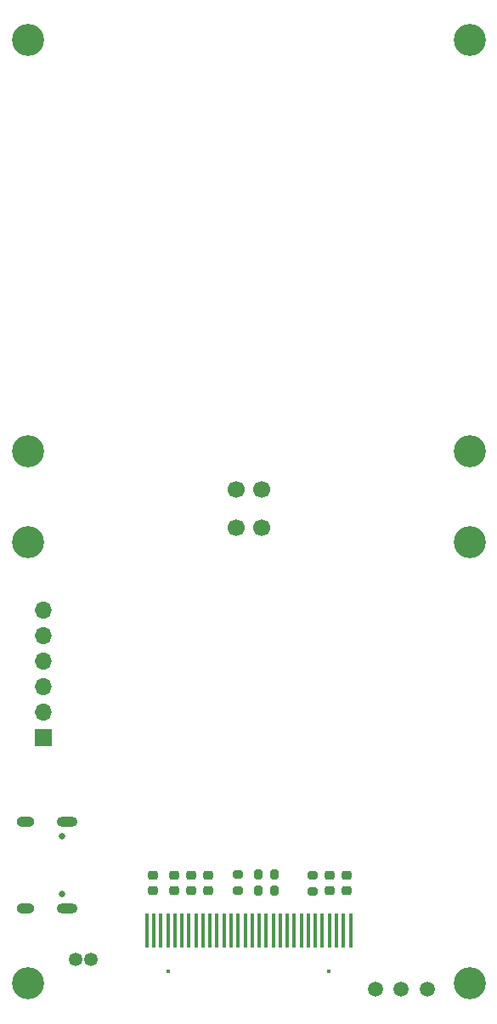
<source format=gbs>
G04 #@! TF.GenerationSoftware,KiCad,Pcbnew,9.0.4*
G04 #@! TF.CreationDate,2025-11-05T08:00:03+09:00*
G04 #@! TF.ProjectId,esp32_JJY_sim_C3_rev2,65737033-325f-44a4-9a59-5f73696d5f43,rev?*
G04 #@! TF.SameCoordinates,Original*
G04 #@! TF.FileFunction,Soldermask,Bot*
G04 #@! TF.FilePolarity,Negative*
%FSLAX46Y46*%
G04 Gerber Fmt 4.6, Leading zero omitted, Abs format (unit mm)*
G04 Created by KiCad (PCBNEW 9.0.4) date 2025-11-05 08:00:03*
%MOMM*%
%LPD*%
G01*
G04 APERTURE LIST*
G04 Aperture macros list*
%AMRoundRect*
0 Rectangle with rounded corners*
0 $1 Rounding radius*
0 $2 $3 $4 $5 $6 $7 $8 $9 X,Y pos of 4 corners*
0 Add a 4 corners polygon primitive as box body*
4,1,4,$2,$3,$4,$5,$6,$7,$8,$9,$2,$3,0*
0 Add four circle primitives for the rounded corners*
1,1,$1+$1,$2,$3*
1,1,$1+$1,$4,$5*
1,1,$1+$1,$6,$7*
1,1,$1+$1,$8,$9*
0 Add four rect primitives between the rounded corners*
20,1,$1+$1,$2,$3,$4,$5,0*
20,1,$1+$1,$4,$5,$6,$7,0*
20,1,$1+$1,$6,$7,$8,$9,0*
20,1,$1+$1,$8,$9,$2,$3,0*%
G04 Aperture macros list end*
%ADD10C,3.200000*%
%ADD11C,1.700000*%
%ADD12C,1.500000*%
%ADD13C,1.350000*%
%ADD14R,1.700000X1.700000*%
%ADD15O,1.700000X1.700000*%
%ADD16C,0.650000*%
%ADD17O,2.100000X1.000000*%
%ADD18O,1.800000X1.000000*%
%ADD19RoundRect,0.200000X0.275000X-0.200000X0.275000X0.200000X-0.275000X0.200000X-0.275000X-0.200000X0*%
%ADD20RoundRect,0.225000X-0.250000X0.225000X-0.250000X-0.225000X0.250000X-0.225000X0.250000X0.225000X0*%
%ADD21RoundRect,0.225000X0.250000X-0.225000X0.250000X0.225000X-0.250000X0.225000X-0.250000X-0.225000X0*%
%ADD22RoundRect,0.200000X0.200000X0.275000X-0.200000X0.275000X-0.200000X-0.275000X0.200000X-0.275000X0*%
%ADD23RoundRect,0.200000X-0.275000X0.200000X-0.275000X-0.200000X0.275000X-0.200000X0.275000X0.200000X0*%
%ADD24C,0.400000*%
%ADD25R,0.400000X3.500000*%
G04 APERTURE END LIST*
D10*
X103000000Y-103000000D03*
D11*
X123740000Y-101625000D03*
X123740000Y-97815000D03*
D12*
X137600000Y-147600000D03*
D10*
X147000000Y-103000000D03*
X147000000Y-147000000D03*
X103000000Y-53000000D03*
D13*
X107750000Y-144600000D03*
X109250000Y-144600000D03*
D10*
X103000000Y-147000000D03*
D11*
X126280000Y-101625000D03*
X126280000Y-97815000D03*
D10*
X147000000Y-53000000D03*
X103000000Y-94000000D03*
D12*
X140200000Y-147600000D03*
D14*
X104500000Y-122540000D03*
D15*
X104500000Y-120000000D03*
X104500000Y-117460000D03*
X104500000Y-114920000D03*
X104500000Y-112380000D03*
X104500000Y-109840000D03*
D16*
X106400000Y-132330000D03*
X106400000Y-138110000D03*
D17*
X106900000Y-130900000D03*
D18*
X102720000Y-130900000D03*
D17*
X106900000Y-139540000D03*
D18*
X102720000Y-139540000D03*
D12*
X142800000Y-147600000D03*
D10*
X147000000Y-94000000D03*
D19*
X131400000Y-137825000D03*
X131400000Y-136175000D03*
D20*
X117550000Y-136220000D03*
X117550000Y-137770000D03*
D21*
X134800000Y-137775000D03*
X134800000Y-136225000D03*
D22*
X127600000Y-137750000D03*
X125950000Y-137750000D03*
D21*
X119250000Y-137775000D03*
X119250000Y-136225000D03*
X115475000Y-137770000D03*
X115475000Y-136220000D03*
D23*
X123950000Y-136125000D03*
X123950000Y-137775000D03*
D21*
X120925000Y-137775000D03*
X120925000Y-136225000D03*
D22*
X127600000Y-136100000D03*
X125950000Y-136100000D03*
D24*
X117000000Y-145750000D03*
X133000000Y-145750000D03*
D25*
X114850000Y-141750000D03*
X115550000Y-141750000D03*
X116250000Y-141750000D03*
X116950000Y-141750000D03*
X117650000Y-141750000D03*
X118350000Y-141750000D03*
X119050000Y-141750000D03*
X119750000Y-141750000D03*
X120450000Y-141750000D03*
X121150000Y-141750000D03*
X121850000Y-141750000D03*
X122550000Y-141750000D03*
X123250000Y-141750000D03*
X123950000Y-141750000D03*
X124650000Y-141750000D03*
X125350000Y-141750000D03*
X126050000Y-141750000D03*
X126750000Y-141750000D03*
X127450000Y-141750000D03*
X128150000Y-141750000D03*
X128850000Y-141750000D03*
X129550000Y-141750000D03*
X130250000Y-141750000D03*
X130950000Y-141750000D03*
X131650000Y-141750000D03*
X132350000Y-141750000D03*
X133050000Y-141750000D03*
X133750000Y-141750000D03*
X134450000Y-141750000D03*
X135150000Y-141750000D03*
D21*
X133100000Y-137775000D03*
X133100000Y-136225000D03*
M02*

</source>
